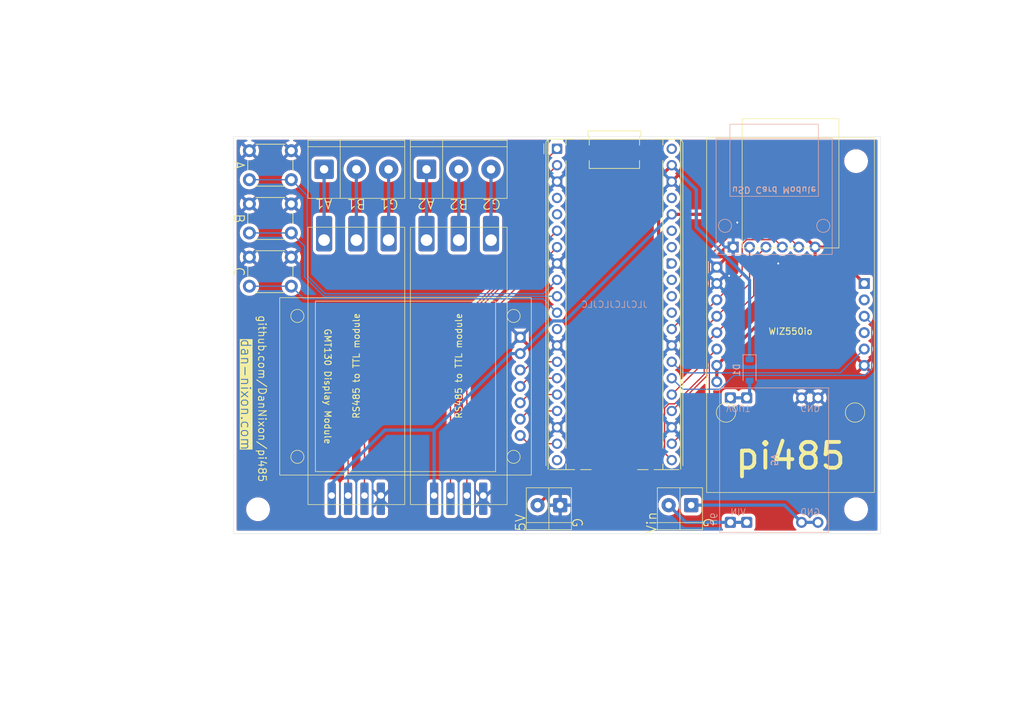
<source format=kicad_pcb>
(kicad_pcb (version 20241229) (generator "pcbnew") (generator_version "9.0")
  (layers (0 "F.Cu" signal) (2 "B.Cu" signal) (13 "F.Paste" user) (15 "B.Paste" user) (5 "F.SilkS" user "F.Silkscreen") (7 "B.SilkS" user "B.Silkscreen") (1 "F.Mask" user) (3 "B.Mask" user) (25 "Edge.Cuts" user))
  (net 0 "")
  (net 1 "GND")
  (net 3 "/ETH_RST")
  (net 10 "/ETH_MISO")
  (net 12 "/ETH_MOSI")
  (net 14 "/ETH_CS")
  (net 15 "+5V")
  (net 16 "+3V3")
  (net 19 "/ETH_CLK")
  (net 20 "/ETH_INT")
  (net 21 "Net-(J1-Pin_1)")
  (net 22 "/RS485_1_TX")
  (net 23 "Net-(J1-Pin_3)")
  (net 24 "Net-(J1-Pin_2)")
  (net 25 "/RS485_1_RX")
  (net 26 "Net-(J2-Pin_3)")
  (net 27 "Net-(J2-Pin_1)")
  (net 28 "/RS485_2_RX")
  (net 29 "/RS485_2_TX")
  (net 30 "Net-(J2-Pin_2)")
  (net 31 "/DISP_SDA")
  (net 32 "/DISP_RST")
  (net 33 "/DISP_SCK")
  (net 34 "/DISP_BL")
  (net 35 "/DISP_DC")
  (net 37 "Net-(D1-A)")
  (net 38 "Net-(J4-Pin_2)")
  (net 39 "/SD_CS")
  (net 41 "Net-(J4-Pin_1)")
  (net 42 "/BTN_A")
  (net 43 "/BTN_B")
  (net 44 "/BTN_C")
  (footprint "MountingHole:MountingHole_3.2mm_M3" (layer "F.Cu") (at 164.465 73.025)
    (property "Reference" "H1")
    (property "Value" "MountingHole")
    (pad "" np_thru_hole circle (at 0 0) (size 3.2 3.2) (drill 3.2) (layers "*.Cu" "*.Mask"))
  )
  (footprint "Modules:WIZ550io" (layer "F.Cu") (at 154.305 98.425)
    (property "Reference" "U4")
    (property "Value" "WIZ550io" (at 0 1 0) (layer "F.SilkS"))
    (fp_rect (start -13 -29.024) (end 13 25.976) (stroke (width 0.1)) (fill no) (layer "F.SilkS"))
    (fp_rect (start -7.5 -31.974) (end 7.5 -11.938) (stroke (width 0.1)) (fill no) (layer "F.SilkS"))
    (fp_circle (center -10 13.576) (end -8.5 13.576) (stroke (width 0.1)) (fill no) (layer "F.SilkS"))
    (fp_circle (center 10 13.576) (end 11.5 13.576) (stroke (width 0.1)) (fill no) (layer "F.SilkS"))
    (pad "1" thru_hole rect (at -11.43 -8.964) (size 1.7 1.7) (drill 1) (layers "*.Cu" "*.Mask") (net 1 "GND"))
    (pad "2" thru_hole circle (at -11.43 -6.424) (size 1.7 1.7) (drill 1) (layers "*.Cu" "*.Mask") (net 1 "GND"))
    (pad "3" thru_hole circle (at -11.43 -3.884) (size 1.7 1.7) (drill 1) (layers "*.Cu" "*.Mask") (net 12 "/ETH_MOSI"))
    (pad "4" thru_hole circle (at -11.43 -1.344) (size 1.7 1.7) (drill 1) (layers "*.Cu" "*.Mask") (net 10 "/ETH_MISO"))
    (pad "5" thru_hole circle (at -11.43 1.196) (size 1.7 1.7) (drill 1) (layers "*.Cu" "*.Mask") (net 19 "/ETH_CLK"))
    (pad "6" thru_hole circle (at -11.43 3.736) (size 1.7 1.7) (drill 1) (layers "*.Cu" "*.Mask") (net 14 "/ETH_CS"))
    (pad "7" thru_hole circle (at -11.43 6.276) (size 1.7 1.7) (drill 1) (layers "*.Cu" "*.Mask") (net 16 "+3V3"))
    (pad "8" thru_hole circle (at -11.43 8.816) (size 1.7 1.7) (drill 1) (layers "*.Cu" "*.Mask") (net 16 "+3V3"))
    (pad "9" thru_hole rect (at 11.43 -6.424) (size 1.7 1.7) (drill 1) (layers "*.Cu" "*.Mask") (net 16 "+3V3"))
    (pad "10" thru_hole circle (at 11.43 -3.884) (size 1.7 1.7) (drill 1) (layers "*.Cu" "*.Mask"))
    (pad "11" thru_hole circle (at 11.43 -1.344) (size 1.7 1.7) (drill 1) (layers "*.Cu" "*.Mask") (net 3 "/ETH_RST"))
    (pad "12" thru_hole circle (at 11.43 1.196) (size 1.7 1.7) (drill 1) (layers "*.Cu" "*.Mask"))
    (pad "13" thru_hole circle (at 11.43 3.736) (size 1.7 1.7) (drill 1) (layers "*.Cu" "*.Mask") (net 20 "/ETH_INT"))
    (pad "14" thru_hole circle (at 11.43 6.276) (size 1.7 1.7) (drill 1) (layers "*.Cu" "*.Mask") (net 1 "GND"))
  )
  (footprint "Module:RaspberryPi_Pico_Common_THT" (layer "F.Cu") (at 118.11 71.12)
    (property "Reference" "A1")
    (property "Value" "RaspberryPi_Pico")
    (fp_line (start -2.04 0.8) (end -2.04 -0.8) (stroke (width 0.12)) (layer "F.SilkS"))
    (fp_line (start -1.72 -0.87) (end -1.72 49.13) (stroke (width 0.12)) (layer "F.SilkS"))
    (fp_line (start -1.38 -1.417) (end -1.38 49.677) (stroke (width 0.12)) (layer "F.SilkS"))
    (fp_line (start -1.11 -1.48) (end 1.38 -1.48) (stroke (width 0.12)) (layer "F.SilkS"))
    (fp_line (start -1.11 49.74) (end 2.727939 49.74) (stroke (width 0.12)) (layer "F.SilkS"))
    (fp_line (start 1.38 -1.48) (end 1.38 -0.56648) (stroke (width 0.12)) (layer "F.SilkS"))
    (fp_line (start 1.38 -1.48) (end 2.72794 -1.48) (stroke (width 0.12)) (layer "F.SilkS"))
    (fp_line (start 1.38 1.82648) (end 1.38 46.43352) (stroke (width 0.12)) (layer "F.SilkS"))
    (fp_line (start 1.38 48.82648) (end 1.38 49.74) (stroke (width 0.12)) (layer "F.SilkS"))
    (fp_line (start 3.652061 -1.48) (end 4.655 -1.48) (stroke (width 0.12)) (layer "F.SilkS"))
    (fp_line (start 4.655 -1.48) (end 13.125 -1.48) (stroke (width 0.12)) (layer "F.SilkS"))
    (fp_line (start 4.78 -2.78) (end 4.78 -1.96) (stroke (width 0.12)) (layer "F.SilkS"))
    (fp_line (start 4.78 -2.78) (end 13 -2.78) (stroke (width 0.12)) (layer "F.SilkS"))
    (fp_line (start 4.78 -1.96) (end 4.99 -1.96) (stroke (width 0.12)) (layer "F.SilkS"))
    (fp_line (start 4.99 -1.96) (end 4.99 -0.564) (stroke (width 0.12)) (layer "F.SilkS"))
    (fp_line (start 4.99 1.824) (end 4.99 3.04) (stroke (width 0.12)) (layer "F.SilkS"))
    (fp_line (start 5.29 49.74) (end 3.652061 49.74) (stroke (width 0.12)) (layer "F.SilkS"))
    (fp_line (start 12.79 -1.96) (end 12.79 -0.564) (stroke (width 0.12)) (layer "F.SilkS"))
    (fp_line (start 12.79 1.824) (end 12.79 3.04) (stroke (width 0.12)) (layer "F.SilkS"))
    (fp_line (start 12.79 3.04) (end 4.99 3.04) (stroke (width 0.12)) (layer "F.SilkS"))
    (fp_line (start 13 -2.78) (end 13 -1.96) (stroke (width 0.12)) (layer "F.SilkS"))
    (fp_line (start 13 -1.96) (end 12.79 -1.96) (stroke (width 0.12)) (layer "F.SilkS"))
    (fp_line (start 13.125 -1.48) (end 14.127939 -1.48) (stroke (width 0.12)) (layer "F.SilkS"))
    (fp_line (start 14.127939 49.74) (end 12.49 49.74) (stroke (width 0.12)) (layer "F.SilkS"))
    (fp_line (start 15.052061 -1.48) (end 16.4 -1.48) (stroke (width 0.12)) (layer "F.SilkS"))
    (fp_line (start 15.052061 49.74) (end 18.89 49.74) (stroke (width 0.12)) (layer "F.SilkS"))
    (fp_line (start 16.4 -1.48) (end 16.4 -0.56648) (stroke (width 0.12)) (layer "F.SilkS"))
    (fp_line (start 16.4 1.82648) (end 16.4 46.43352) (stroke (width 0.12)) (layer "F.SilkS"))
    (fp_line (start 16.4 48.82648) (end 16.4 49.74) (stroke (width 0.12)) (layer "F.SilkS"))
    (fp_line (start 18.89 -1.48) (end 16.4 -1.48) (stroke (width 0.12)) (layer "F.SilkS"))
    (fp_line (start 19.16 49.677) (end 19.16 -1.417) (stroke (width 0.12)) (layer "F.SilkS"))
    (fp_line (start 19.5 -0.87) (end 19.5 49.13) (stroke (width 0.12)) (layer "F.SilkS"))
    (fp_arc (start -1.72 -0.87) (mid -1.541335 -1.301335) (end -1.11 -1.48) (stroke (width 0.12)) (layer "F.SilkS"))
    (fp_arc (start 18.89 -1.48) (mid 19.321335 -1.301335) (end 19.5 -0.87) (stroke (width 0.12)) (layer "F.SilkS"))
    (pad "1" thru_hole roundrect (at 0 0) (size 1.6 1.6) (drill 1) (layers "*.Cu" "*.Mask") (roundrect_rratio 0.125) (net 22 "/RS485_1_TX"))
    (pad "2" thru_hole circle (at 0 2.54) (size 1.6 1.6) (drill 1) (layers "*.Cu" "*.Mask") (net 25 "/RS485_1_RX"))
    (pad "3" thru_hole custom (at 0 5.08) (size 1.6 1.6) (drill 1) (layers "*.Cu" "*.Mask") (net 1 "GND") (options (clearance outline) (anchor circle)) (primitives (gr_poly (pts (xy 0.8 0.6) (xy 0.8 -0.6) (xy 0.6 -0.8) (xy 0 -0.8) (xy 0 0.8) (xy 0.6 0.8)) (width 0) (fill yes)) (gr_circle (center 0.6 0.6) (end 0.8 0.6) (width 0) (fill yes)) (gr_circle (center 0.6 -0.6) (end 0.8 -0.6) (width 0) (fill yes))))
    (pad "4" thru_hole circle (at 0 7.62) (size 1.6 1.6) (drill 1) (layers "*.Cu" "*.Mask"))
    (pad "5" thru_hole circle (at 0 10.16) (size 1.6 1.6) (drill 1) (layers "*.Cu" "*.Mask"))
    (pad "6" thru_hole circle (at 0 12.7) (size 1.6 1.6) (drill 1) (layers "*.Cu" "*.Mask") (net 29 "/RS485_2_TX"))
    (pad "7" thru_hole circle (at 0 15.24) (size 1.6 1.6) (drill 1) (layers "*.Cu" "*.Mask") (net 28 "/RS485_2_RX"))
    (pad "8" thru_hole custom (at 0 17.78) (size 1.6 1.6) (drill 1) (layers "*.Cu" "*.Mask") (net 1 "GND") (options (clearance outline) (anchor circle)) (primitives (gr_poly (pts (xy 0.8 0.6) (xy 0.8 -0.6) (xy 0.6 -0.8) (xy 0 -0.8) (xy 0 0.8) (xy 0.6 0.8)) (width 0) (fill yes)) (gr_circle (center 0.6 0.6) (end 0.8 0.6) (width 0) (fill yes)) (gr_circle (center 0.6 -0.6) (end 0.8 -0.6) (width 0) (fill yes))))
    (pad "9" thru_hole circle (at 0 20.32) (size 1.6 1.6) (drill 1) (layers "*.Cu" "*.Mask") (net 42 "/BTN_A"))
    (pad "10" thru_hole circle (at 0 22.86) (size 1.6 1.6) (drill 1) (layers "*.Cu" "*.Mask") (net 43 "/BTN_B"))
    (pad "11" thru_hole circle (at 0 25.4) (size 1.6 1.6) (drill 1) (layers "*.Cu" "*.Mask") (net 44 "/BTN_C"))
    (pad "12" thru_hole circle (at 0 27.94) (size 1.6 1.6) (drill 1) (layers "*.Cu" "*.Mask"))
    (pad "13" thru_hole custom (at 0 30.48) (size 1.6 1.6) (drill 1) (layers "*.Cu" "*.Mask") (net 1 "GND") (options (clearance outline) (anchor circle)) (primitives (gr_poly (pts (xy 0.8 0.6) (xy 0.8 -0.6) (xy 0.6 -0.8) (xy 0 -0.8) (xy 0 0.8) (xy 0.6 0.8)) (width 0) (fill yes)) (gr_circle (center 0.6 0.6) (end 0.8 0.6) (width 0) (fill yes)) (gr_circle (center 0.6 -0.6) (end 0.8 -0.6) (width 0) (fill yes))))
    (pad "14" thru_hole circle (at 0 33.02) (size 1.6 1.6) (drill 1) (layers "*.Cu" "*.Mask") (net 33 "/DISP_SCK"))
    (pad "15" thru_hole circle (at 0 35.56) (size 1.6 1.6) (drill 1) (layers "*.Cu" "*.Mask") (net 31 "/DISP_SDA"))
    (pad "16" thru_hole circle (at 0 38.1) (size 1.6 1.6) (drill 1) (layers "*.Cu" "*.Mask") (net 32 "/DISP_RST"))
    (pad "17" thru_hole circle (at 0 40.64) (size 1.6 1.6) (drill 1) (layers "*.Cu" "*.Mask") (net 35 "/DISP_DC"))
    (pad "18" thru_hole custom (at 0 43.18) (size 1.6 1.6) (drill 1) (layers "*.Cu" "*.Mask") (net 1 "GND") (options (clearance outline) (anchor circle)) (primitives (gr_poly (pts (xy 0.8 0.6) (xy 0.8 -0.6) (xy 0.6 -0.8) (xy 0 -0.8) (xy 0 0.8) (xy 0.6 0.8)) (width 0) (fill yes)) (gr_circle (center 0.6 0.6) (end 0.8 0.6) (width 0) (fill yes)) (gr_circle (center 0.6 -0.6) (end 0.8 -0.6) (width 0) (fill yes))))
    (pad "19" thru_hole circle (at 0 45.72) (size 1.6 1.6) (drill 1) (layers "*.Cu" "*.Mask") (net 34 "/DISP_BL"))
    (pad "20" thru_hole circle (at 0 48.26) (size 1.6 1.6) (drill 1) (layers "*.Cu" "*.Mask"))
    (pad "21" thru_hole circle (at 17.78 48.26) (size 1.6 1.6) (drill 1) (layers "*.Cu" "*.Mask") (net 10 "/ETH_MISO"))
    (pad "22" thru_hole circle (at 17.78 45.72) (size 1.6 1.6) (drill 1) (layers "*.Cu" "*.Mask") (net 14 "/ETH_CS"))
    (pad "23" thru_hole custom (at 17.78 43.18) (size 1.6 1.6) (drill 1) (layers "*.Cu" "*.Mask") (net 1 "GND") (options (clearance outline) (anchor circle)) (primitives (gr_poly (pts (xy -0.8 0.6) (xy -0.8 -0.6) (xy -0.6 -0.8) (xy 0 -0.8) (xy 0 0.8) (xy -0.6 0.8)) (width 0) (fill yes)) (gr_circle (center -0.6 0.6) (end -0.4 0.6) (width 0) (fill yes)) (gr_circle (center -0.6 -0.6) (end -0.4 -0.6) (width 0) (fill yes))))
    (pad "24" thru_hole circle (at 17.78 40.64) (size 1.6 1.6) (drill 1) (layers "*.Cu" "*.Mask") (net 19 "/ETH_CLK"))
    (pad "25" thru_hole circle (at 17.78 38.1) (size 1.6 1.6) (drill 1) (layers "*.Cu" "*.Mask") (net 12 "/ETH_MOSI"))
    (pad "26" thru_hole circle (at 17.78 35.56) (size 1.6 1.6) (drill 1) (layers "*.Cu" "*.Mask") (net 3 "/ETH_RST"))
    (pad "27" thru_hole circle (at 17.78 33.02) (size 1.6 1.6) (drill 1) (layers "*.Cu" "*.Mask") (net 20 "/ETH_INT"))
    (pad "28" thru_hole custom (at 17.78 30.48) (size 1.6 1.6) (drill 1) (layers "*.Cu" "*.Mask") (net 1 "GND") (options (clearance outline) (anchor circle)) (primitives (gr_poly (pts (xy -0.8 0.6) (xy -0.8 -0.6) (xy -0.6 -0.8) (xy 0 -0.8) (xy 0 0.8) (xy -0.6 0.8)) (width 0) (fill yes)) (gr_circle (center -0.6 0.6) (end -0.4 0.6) (width 0) (fill yes)) (gr_circle (center -0.6 -0.6) (end -0.4 -0.6) (width 0) (fill yes))))
    (pad "29" thru_hole circle (at 17.78 27.94) (size 1.6 1.6) (drill 1) (layers "*.Cu" "*.Mask") (net 39 "/SD_CS"))
    (pad "30" thru_hole circle (at 17.78 25.4) (size 1.6 1.6) (drill 1) (layers "*.Cu" "*.Mask"))
    (pad "31" thru_hole circle (at 17.78 22.86) (size 1.6 1.6) (drill 1) (layers "*.Cu" "*.Mask"))
    (pad "32" thru_hole circle (at 17.78 20.32) (size 1.6 1.6) (drill 1) (layers "*.Cu" "*.Mask"))
    (pad "33" thru_hole custom (at 17.78 17.78) (size 1.6 1.6) (drill 1) (layers "*.Cu" "*.Mask") (options (clearance outline) (anchor circle)) (primitives (gr_poly (pts (xy -0.8 0.6) (xy -0.8 -0.6) (xy -0.6 -0.8) (xy 0 -0.8) (xy 0 0.8) (xy -0.6 0.8)) (width 0) (fill yes)) (gr_circle (center -0.6 0.6) (end -0.4 0.6) (width 0) (fill yes)) (gr_circle (center -0.6 -0.6) (end -0.4 -0.6) (width 0) (fill yes))))
    (pad "34" thru_hole circle (at 17.78 15.24) (size 1.6 1.6) (drill 1) (layers "*.Cu" "*.Mask"))
    (pad "35" thru_hole circle (at 17.78 12.7) (size 1.6 1.6) (drill 1) (layers "*.Cu" "*.Mask"))
    (pad "36" thru_hole circle (at 17.78 10.16) (size 1.6 1.6) (drill 1) (layers "*.Cu" "*.Mask") (net 16 "+3V3"))
    (pad "37" thru_hole circle (at 17.78 7.62) (size 1.6 1.6) (drill 1) (layers "*.Cu" "*.Mask"))
    (pad "38" thru_hole custom (at 17.78 5.08) (size 1.6 1.6) (drill 1) (layers "*.Cu" "*.Mask") (net 1 "GND") (options (clearance outline) (anchor circle)) (primitives (gr_poly (pts (xy -0.8 0.6) (xy -0.8 -0.6) (xy -0.6 -0.8) (xy 0 -0.8) (xy 0 0.8) (xy -0.6 0.8)) (width 0) (fill yes)) (gr_circle (center -0.6 0.6) (end -0.4 0.6) (width 0) (fill yes)) (gr_circle (center -0.6 -0.6) (end -0.4 -0.6) (width 0) (fill yes))))
    (pad "39" thru_hole circle (at 17.78 2.54) (size 1.6 1.6) (drill 1) (layers "*.Cu" "*.Mask") (net 15 "+5V"))
    (pad "40" thru_hole circle (at 17.78 0) (size 1.6 1.6) (drill 1) (layers "*.Cu" "*.Mask"))
  )
  (footprint "MountingHole:MountingHole_3.2mm_M3" (layer "F.Cu") (at 71.755 127)
    (property "Reference" "H2")
    (property "Value" "MountingHole")
    (pad "" np_thru_hole circle (at 0 0) (size 3.2 3.2) (drill 3.2) (layers "*.Cu" "*.Mask"))
  )
  (footprint "Modules:RS485_to_ttl" (layer "F.Cu") (at 86.995 104.775 90)
    (property "Reference" "U1")
    (property "Value" "RS485 to TTL module" (at 0 0 90) (layer "F.SilkS"))
    (fp_rect (start -21.5 -7.5) (end 21.5 7.5) (stroke (width 0.1)) (fill no) (layer "F.SilkS"))
    (pad "1" thru_hole roundrect (at -20.096703 -3.823957 90) (size 5 1.27) (drill 1 (offset -0.5 0)) (layers "*.Cu" "*.Mask") (roundrect_rratio 0.15) (net 16 "+3V3"))
    (pad "2" thru_hole roundrect (at -20.096703 -1.283957 90) (size 5 1.27) (drill 1 (offset -0.5 0)) (layers "*.Cu" "*.Mask") (roundrect_rratio 0.15) (net 22 "/RS485_1_TX"))
    (pad "3" thru_hole roundrect (at -20.096703 1.256043 90) (size 5 1.27) (drill 1 (offset -0.5 0)) (layers "*.Cu" "*.Mask") (roundrect_rratio 0.15) (net 25 "/RS485_1_RX"))
    (pad "4" thru_hole roundrect (at -20.096703 3.796043 90) (size 5 1.27) (drill 1 (offset -0.5 0)) (layers "*.Cu" "*.Mask") (roundrect_rratio 0.15) (net 1 "GND"))
    (pad "5" thru_hole roundrect (at 19.5 -5 270) (size 5.5 2.5) (drill 1.8 (offset -1 0)) (layers "*.Cu" "*.Mask") (roundrect_rratio 0.15) (net 21 "Net-(J1-Pin_1)"))
    (pad "6" thru_hole roundrect (at 19.5 0 270) (size 5.5 2.5) (drill 1.8 (offset -1 0)) (layers "*.Cu" "*.Mask") (roundrect_rratio 0.15) (net 24 "Net-(J1-Pin_2)"))
    (pad "7" thru_hole roundrect (at 19.5 5 270) (size 5.5 2.5) (drill 1.8 (offset -1 0)) (layers "*.Cu" "*.Mask") (roundrect_rratio 0.15) (net 23 "Net-(J1-Pin_3)"))
  )
  (footprint "Button_Switch_THT:SW_PUSH_6mm" (layer "F.Cu") (at 70.41 87.92)
    (property "Reference" "SW3")
    (property "Value" "SW_Push")
    (fp_line (start -0.25 1.5) (end -0.25 3) (stroke (width 0.12)) (layer "F.SilkS"))
    (fp_line (start 1 5.5) (end 5.5 5.5) (stroke (width 0.12)) (layer "F.SilkS"))
    (fp_line (start 5.5 -1) (end 1 -1) (stroke (width 0.12)) (layer "F.SilkS"))
    (fp_line (start 6.75 3) (end 6.75 1.5) (stroke (width 0.12)) (layer "F.SilkS"))
    (pad "1" thru_hole circle (at 0 0 90) (size 2 2) (drill 1.1) (layers "*.Cu" "*.Mask") (net 1 "GND"))
    (pad "1" thru_hole circle (at 6.5 0 90) (size 2 2) (drill 1.1) (layers "*.Cu" "*.Mask") (net 1 "GND"))
    (pad "2" thru_hole circle (at 0 4.5 90) (size 2 2) (drill 1.1) (layers "*.Cu" "*.Mask") (net 44 "/BTN_C"))
    (pad "2" thru_hole circle (at 6.5 4.5 90) (size 2 2) (drill 1.1) (layers "*.Cu" "*.Mask") (net 44 "/BTN_C"))
  )
  (footprint "Button_Switch_THT:SW_PUSH_6mm" (layer "F.Cu") (at 70.41 79.665)
    (property "Reference" "SW2")
    (property "Value" "SW_Push")
    (fp_line (start -0.25 1.5) (end -0.25 3) (stroke (width 0.12)) (layer "F.SilkS"))
    (fp_line (start 1 5.5) (end 5.5 5.5) (stroke (width 0.12)) (layer "F.SilkS"))
    (fp_line (start 5.5 -1) (end 1 -1) (stroke (width 0.12)) (layer "F.SilkS"))
    (fp_line (start 6.75 3) (end 6.75 1.5) (stroke (width 0.12)) (layer "F.SilkS"))
    (pad "1" thru_hole circle (at 0 0 90) (size 2 2) (drill 1.1) (layers "*.Cu" "*.Mask") (net 1 "GND"))
    (pad "1" thru_hole circle (at 6.5 0 90) (size 2 2) (drill 1.1) (layers "*.Cu" "*.Mask") (net 1 "GND"))
    (pad "2" thru_hole circle (at 0 4.5 90) (size 2 2) (drill 1.1) (layers "*.Cu" "*.Mask") (net 43 "/BTN_B"))
    (pad "2" thru_hole circle (at 6.5 4.5 90) (size 2 2) (drill 1.1) (layers "*.Cu" "*.Mask") (net 43 "/BTN_B"))
  )
  (footprint "Modules:RS485_to_ttl" (layer "F.Cu") (at 102.87 104.775 90)
    (property "Reference" "U2")
    (property "Value" "RS485 to TTL module" (at 0 0 90) (layer "F.SilkS"))
    (fp_rect (start -21.5 -7.5) (end 21.5 7.5) (stroke (width 0.1)) (fill no) (layer "F.SilkS"))
    (pad "1" thru_hole roundrect (at -20.096703 -3.823957 90) (size 5 1.27) (drill 1 (offset -0.5 0)) (layers "*.Cu" "*.Mask") (roundrect_rratio 0.15) (net 16 "+3V3"))
    (pad "2" thru_hole roundrect (at -20.096703 -1.283957 90) (size 5 1.27) (drill 1 (offset -0.5 0)) (layers "*.Cu" "*.Mask") (roundrect_rratio 0.15) (net 29 "/RS485_2_TX"))
    (pad "3" thru_hole roundrect (at -20.096703 1.256043 90) (size 5 1.27) (drill 1 (offset -0.5 0)) (layers "*.Cu" "*.Mask") (roundrect_rratio 0.15) (net 28 "/RS485_2_RX"))
    (pad "4" thru_hole roundrect (at -20.096703 3.796043 90) (size 5 1.27) (drill 1 (offset -0.5 0)) (layers "*.Cu" "*.Mask") (roundrect_rratio 0.15) (net 1 "GND"))
    (pad "5" thru_hole roundrect (at 19.5 -5 270) (size 5.5 2.5) (drill 1.8 (offset -1 0)) (layers "*.Cu" "*.Mask") (roundrect_rratio 0.15) (net 27 "Net-(J2-Pin_1)"))
    (pad "6" thru_hole roundrect (at 19.5 0 270) (size 5.5 2.5) (drill 1.8 (offset -1 0)) (layers "*.Cu" "*.Mask") (roundrect_rratio 0.15) (net 30 "Net-(J2-Pin_2)"))
    (pad "7" thru_hole roundrect (at 19.5 5 270) (size 5.5 2.5) (drill 1.8 (offset -1 0)) (layers "*.Cu" "*.Mask") (roundrect_rratio 0.15) (net 26 "Net-(J2-Pin_3)"))
  )
  (footprint "Connectors:ED5552DS" (layer "F.Cu") (at 137.16 126.365)
    (property "Reference" "J4")
    (property "Value" "Conn_01x02")
    (fp_line (start -3.5 2.7) (end 3.5 2.7) (stroke (width 0.1)) (layer "F.SilkS"))
    (fp_line (start -3.5 3.8) (end -3.5 -2.7) (stroke (width 0.1)) (layer "F.SilkS"))
    (fp_line (start -3.5 3.8) (end 3.5 3.8) (stroke (width 0.1)) (layer "F.SilkS"))
    (fp_line (start 0 -2.7) (end 0 3.8) (stroke (width 0.1)) (layer "F.SilkS"))
    (fp_line (start 3.5 -2.7) (end -3.5 -2.7) (stroke (width 0.1)) (layer "F.SilkS"))
    (fp_line (start 3.5 3.8) (end 3.5 -2.7) (stroke (width 0.1)) (layer "F.SilkS"))
    (pad "1" thru_hole roundrect (at 1.75 0) (size 2.2 2.2) (drill 1) (layers "*.Cu" "*.Mask") (roundrect_rratio 0.1136363636) (net 41 "Net-(J4-Pin_1)"))
    (pad "2" thru_hole circle (at -1.75 0) (size 2.2 2.2) (drill 1) (layers "*.Cu" "*.Mask") (net 38 "Net-(J4-Pin_2)"))
  )
  (footprint "Connectors:CTB7000-3" (layer "F.Cu") (at 102.87 74.295 180)
    (property "Reference" "J2")
    (property "Value" "Conn_01x03")
    (fp_line (start 7.5 -4.5) (end 7.5 4.5) (stroke (width 0.1)) (layer "F.SilkS"))
    (fp_line (start 2.5 -4.5) (end 2.5 4.5) (stroke (width 0.1)) (layer "F.SilkS"))
    (fp_line (start -7.5 4.5) (end 7.5 4.5) (stroke (width 0.1)) (layer "F.SilkS"))
    (fp_line (start -7.5 3.5) (end 7.5 3.5) (stroke (width 0.1)) (layer "F.SilkS"))
    (fp_line (start -7.5 -4.5) (end 7.5 -4.5) (stroke (width 0.1)) (layer "F.SilkS"))
    (fp_line (start -7.5 -4.5) (end -7.5 4.5) (stroke (width 0.1)) (layer "F.SilkS"))
    (pad "1" thru_hole roundrect (at 5 0 180) (size 3 3) (drill 1.3) (layers "*.Cu" "*.Mask") (roundrect_rratio 0.1) (net 27 "Net-(J2-Pin_1)"))
    (pad "2" thru_hole circle (at 0 0 180) (size 3 3) (drill 1.3) (layers "*.Cu" "*.Mask") (net 30 "Net-(J2-Pin_2)"))
    (pad "3" thru_hole circle (at -5 0 180) (size 3 3) (drill 1.3) (layers "*.Cu" "*.Mask") (net 26 "Net-(J2-Pin_3)"))
  )
  (footprint "MountingHole:MountingHole_3.2mm_M3" (layer "F.Cu") (at 164.465 127)
    (property "Reference" "H3")
    (property "Value" "MountingHole")
    (pad "" np_thru_hole circle (at 0 0) (size 3.2 3.2) (drill 3.2) (layers "*.Cu" "*.Mask"))
  )
  (footprint "Displays:GMT130" (layer "F.Cu") (at 94.615 107.95 -90)
    (property "Reference" "U3")
    (property "Value" "GMT130 Display Module" (at 0 12.065 270) (layer "F.SilkS"))
    (fp_rect (start -13.208 -13.97) (end 13.208 13.97) (stroke (width 0.1)) (fill no) (layer "F.SilkS"))
    (fp_rect (start -13.75 -19.5) (end 13.75 19.5) (stroke (width 0.1)) (fill no) (layer "F.SilkS"))
    (fp_circle (center -10.922 16.764) (end -9.906 16.764) (stroke (width 0.1)) (fill no) (layer "F.SilkS"))
    (fp_circle (center 10.922 16.764) (end 11.938 16.764) (stroke (width 0.1)) (fill no) (layer "F.SilkS"))
    (fp_circle (center -10.922 -16.764) (end -9.906 -16.764) (stroke (width 0.1)) (fill no) (layer "F.SilkS"))
    (fp_circle (center 10.922 -16.764) (end 11.938 -16.764) (stroke (width 0.1)) (fill no) (layer "F.SilkS"))
    (pad "1" thru_hole rect (at -7.62 -17.78 270) (size 1.7 1.7) (drill 1) (layers "*.Cu" "*.Mask") (net 1 "GND"))
    (pad "2" thru_hole circle (at -5.08 -17.78 270) (size 1.7 1.7) (drill 1) (layers "*.Cu" "*.Mask") (net 16 "+3V3"))
    (pad "3" thru_hole circle (at -2.54 -17.78 270) (size 1.7 1.7) (drill 1) (layers "*.Cu" "*.Mask") (net 33 "/DISP_SCK"))
    (pad "4" thru_hole circle (at 0 -17.78 270) (size 1.7 1.7) (drill 1) (layers "*.Cu" "*.Mask") (net 31 "/DISP_SDA"))
    (pad "5" thru_hole circle (at 2.54 -17.78 270) (size 1.7 1.7) (drill 1) (layers "*.Cu" "*.Mask") (net 32 "/DISP_RST"))
    (pad "6" thru_hole circle (at 5.08 -17.78 270) (size 1.7 1.7) (drill 1) (layers "*.Cu" "*.Mask") (net 35 "/DISP_DC"))
    (pad "7" thru_hole circle (at 7.62 -17.78 270) (size 1.7 1.7) (drill 1) (layers "*.Cu" "*.Mask") (net 34 "/DISP_BL"))
  )
  (footprint "Connectors:ED5552DS" (layer "F.Cu") (at 116.84 126.365)
    (property "Reference" "J3")
    (property "Value" "Conn_01x02")
    (fp_line (start -3.5 2.7) (end 3.5 2.7) (stroke (width 0.1)) (layer "F.SilkS"))
    (fp_line (start -3.5 3.8) (end -3.5 -2.7) (stroke (width 0.1)) (layer "F.SilkS"))
    (fp_line (start -3.5 3.8) (end 3.5 3.8) (stroke (width 0.1)) (layer "F.SilkS"))
    (fp_line (start 0 -2.7) (end 0 3.8) (stroke (width 0.1)) (layer "F.SilkS"))
    (fp_line (start 3.5 -2.7) (end -3.5 -2.7) (stroke (width 0.1)) (layer "F.SilkS"))
    (fp_line (start 3.5 3.8) (end 3.5 -2.7) (stroke (width 0.1)) (layer "F.SilkS"))
    (pad "1" thru_hole roundrect (at 1.75 0) (size 2.2 2.2) (drill 1) (layers "*.Cu" "*.Mask") (roundrect_rratio 0.1136363636) (net 1 "GND"))
    (pad "2" thru_hole circle (at -1.75 0) (size 2.2 2.2) (drill 1) (layers "*.Cu" "*.Mask") (net 15 "+5V"))
  )
  (footprint "Connectors:CTB7000-3" (layer "F.Cu") (at 86.995 74.295 180)
    (property "Reference" "J1")
    (property "Value" "Conn_01x03")
    (fp_line (start 7.5 -4.5) (end 7.5 4.5) (stroke (width 0.1)) (layer "F.SilkS"))
    (fp_line (start 2.5 -4.5) (end 2.5 4.5) (stroke (width 0.1)) (layer "F.SilkS"))
    (fp_line (start -7.5 4.5) (end 7.5 4.5) (stroke (width 0.1)) (layer "F.SilkS"))
    (fp_line (start -7.5 3.5) (end 7.5 3.5) (stroke (width 0.1)) (layer "F.SilkS"))
    (fp_line (start -7.5 -4.5) (end 7.5 -4.5) (stroke (width 0.1)) (layer "F.SilkS"))
    (fp_line (start -7.5 -4.5) (end -7.5 4.5) (stroke (width 0.1)) (layer "F.SilkS"))
    (pad "1" thru_hole roundrect (at 5 0 180) (size 3 3) (drill 1.3) (layers "*.Cu" "*.Mask") (roundrect_rratio 0.1) (net 21 "Net-(J1-Pin_1)"))
    (pad "2" thru_hole circle (at 0 0 180) (size 3 3) (drill 1.3) (layers "*.Cu" "*.Mask") (net 24 "Net-(J1-Pin_2)"))
    (pad "3" thru_hole circle (at -5 0 180) (size 3 3) (drill 1.3) (layers "*.Cu" "*.Mask") (net 23 "Net-(J1-Pin_3)"))
  )
  (footprint "Button_Switch_THT:SW_PUSH_6mm" (layer "F.Cu") (at 70.41 71.41)
    (property "Reference" "SW1")
    (property "Value" "SW_Push")
    (fp_line (start -0.25 1.5) (end -0.25 3) (stroke (width 0.12)) (layer "F.SilkS"))
    (fp_line (start 1 5.5) (end 5.5 5.5) (stroke (width 0.12)) (layer "F.SilkS"))
    (fp_line (start 5.5 -1) (end 1 -1) (stroke (width 0.12)) (layer "F.SilkS"))
    (fp_line (start 6.75 3) (end 6.75 1.5) (stroke (width 0.12)) (layer "F.SilkS"))
    (pad "1" thru_hole circle (at 0 0 90) (size 2 2) (drill 1.1) (layers "*.Cu" "*.Mask") (net 1 "GND"))
    (pad "1" thru_hole circle (at 6.5 0 90) (size 2 2) (drill 1.1) (layers "*.Cu" "*.Mask") (net 1 "GND"))
    (pad "2" thru_hole circle (at 0 4.5 90) (size 2 2) (drill 1.1) (layers "*.Cu" "*.Mask") (net 42 "/BTN_A"))
    (pad "2" thru_hole circle (at 6.5 4.5 90) (size 2 2) (drill 1.1) (layers "*.Cu" "*.Mask") (net 42 "/BTN_A"))
  )
  (footprint "Modules:uSD_Card" (layer "B.Cu") (at 151.765 78.486)
    (property "Reference" "U5")
    (property "Value" "uSD Card Module" (at 0 -1 180) (layer "B.SilkS") (effects (justify mirror)))
    (fp_rect (start -9 -9) (end -6.858 -9) (stroke (width 0.1)) (fill no) (layer "B.SilkS"))
    (fp_rect (start -9 -9) (end 9 9) (stroke (width 0.1)) (fill no) (layer "B.SilkS"))
    (fp_rect (start -6.858 0) (end 6.858 -11.176) (stroke (width 0.1)) (fill no) (layer "B.SilkS"))
    (fp_circle (center -7.62 4.572) (end -8.636 4.572) (stroke (width 0.1)) (fill no) (layer "B.SilkS"))
    (fp_circle (center 7.62 4.572) (end 8.636 4.572) (stroke (width 0.1)) (fill no) (layer "B.SilkS"))
    (pad "1" thru_hole rect (at -6.35 7.874) (size 1.7 1.7) (drill 1) (layers "*.Cu" "*.Mask") (net 1 "GND"))
    (pad "2" thru_hole circle (at -3.81 7.874) (size 1.7 1.7) (drill 1) (layers "*.Cu" "*.Mask") (net 10 "/ETH_MISO"))
    (pad "3" thru_hole circle (at -1.27 7.874) (size 1.7 1.7) (drill 1) (layers "*.Cu" "*.Mask") (net 19 "/ETH_CLK"))
    (pad "4" thru_hole circle (at 1.27 7.874) (size 1.7 1.7) (drill 1) (layers "*.Cu" "*.Mask") (net 12 "/ETH_MOSI"))
    (pad "5" thru_hole circle (at 3.81 7.874) (size 1.7 1.7) (drill 1) (layers "*.Cu" "*.Mask") (net 39 "/SD_CS"))
    (pad "6" thru_hole circle (at 6.35 7.874) (size 1.7 1.7) (drill 1) (layers "*.Cu" "*.Mask") (net 16 "+3V3"))
  )
  (footprint "Modules:AliE_MP1584EN_regulator" (layer "B.Cu") (at 151.765 119.38 90)
    (property "Reference" "U6" (at -9.144 -9.398 270) (layer "B.SilkS") (effects (font (thickness 0.1)) (justify mirror)))
    (property "Value" "5V" (at 0 0 270) (layer "B.SilkS") (effects (justify mirror)))
    (fp_rect (start -11.2 8.45) (end 11.2 -8.45) (stroke (width 0.1)) (fill no) (layer "B.SilkS"))
    (fp_text user "VIN" (at -8.636 -5.588 0) (layer "B.SilkS") (effects (font (thickness 0.1)) (justify bottom mirror)))
    (fp_text user "VOUT" (at 8.636 -5.588 180) (layer "B.SilkS") (effects (font (thickness 0.1)) (justify bottom mirror)))
    (fp_text user "GND" (at -8.636 5.588 0) (layer "B.SilkS") (effects (font (thickness 0.1)) (justify bottom mirror)))
    (fp_text user "GND" (at 8.636 5.588 180) (layer "B.SilkS") (effects (font (thickness 0.1)) (justify bottom mirror)))
    (pad "1" thru_hole roundrect (at -9.65 -6.79 90) (size 1.7 1.7) (drill 1) (layers "*.Cu" "*.Mask") (roundrect_rratio 0.1470588235) (net 38 "Net-(J4-Pin_2)"))
    (pad "1" thru_hole roundrect (at -9.65 -4.25 90) (size 1.7 1.7) (drill 1) (layers "*.Cu" "*.Mask") (roundrect_rratio 0.1470588235) (net 38 "Net-(J4-Pin_2)"))
    (pad "2" thru_hole circle (at -9.65 4.25 90) (size 1.7 1.7) (drill 1) (layers "*.Cu" "*.Mask") (net 41 "Net-(J4-Pin_1)"))
    (pad "2" thru_hole circle (at -9.65 6.79 90) (size 1.7 1.7) (drill 1) (layers "*.Cu" "*.Mask") (net 41 "Net-(J4-Pin_1)"))
    (pad "3" thru_hole roundrect (at 9.65 -6.79 90) (size 1.7 1.7) (drill 1) (layers "*.Cu" "*.Mask") (roundrect_rratio 0.1470588235) (net 37 "Net-(D1-A)"))
    (pad "3" thru_hole roundrect (at 9.65 -4.25 90) (size 1.7 1.7) (drill 1) (layers "*.Cu" "*.Mask") (roundrect_rratio 0.1470588235) (net 37 "Net-(D1-A)"))
    (pad "4" thru_hole circle (at 9.65 4.25 90) (size 1.7 1.7) (drill 1) (layers "*.Cu" "*.Mask") (net 1 "GND"))
    (pad "4" thru_hole circle (at 9.65 6.79 90) (size 1.7 1.7) (drill 1) (layers "*.Cu" "*.Mask") (net 1 "GND"))
  )
  (footprint "Diode_SMD:D_SOD-123" (layer "B.Cu") (at 147.955 105.41 -90)
    (property "Reference" "D1" (at 0 2 90) (layer "B.SilkS") (effects (justify mirror)))
    (property "Value" "D_Schottky")
    (fp_line (start -2.36 1) (end 1.65 1) (stroke (width 0.12)) (layer "B.SilkS"))
    (fp_line (start -2.36 1) (end -2.36 -1) (stroke (width 0.12)) (layer "B.SilkS"))
    (fp_line (start -2.36 -1) (end 1.65 -1) (stroke (width 0.12)) (layer "B.SilkS"))
    (pad "1" smd roundrect (at -1.65 0 270) (size 0.9 1.2) (layers "B.Cu" "B.Mask" "B.Paste") (net 15 "+5V"))
    (pad "2" smd roundrect (at 1.65 0 270) (size 0.9 1.2) (layers "B.Cu" "B.Mask" "B.Paste") (net 37 "Net-(D1-A)"))
  )
  (gr_rect (start 67.945 69.215) (end 168.275 130.81) (stroke (width 0.05)) (fill no) (layer "Edge.Cuts"))
  (gr_text "G2" (at 107.95 78.795 180) (layer "F.SilkS") (effects (font (size 1.5 1.5)) (justify bottom)))
  (gr_text "B1" (at 86.995 78.795 180) (layer "F.SilkS") (effects (font (size 1.5 1.5)) (justify bottom)))
  (gr_text "B2" (at 102.87 78.795 180) (layer "F.SilkS") (effects (font (size 1.5 1.5)) (justify bottom)))
  (gr_text "dan-nixon.com" (at 69.85 109.22 270) (layer "F.SilkS" knockout) (effects (font (size 1.5 1.5))))
  (gr_text "A2" (at 97.79 78.74 180) (layer "F.SilkS") (effects (font (size 1.5 1.5)) (justify bottom)))
  (gr_text "Vin" (at 133.66 129.065 90) (layer "F.SilkS") (effects (font (size 1.5 1.5)) (justify bottom)))
  (gr_text "C" (at 67.945 90.17 270) (layer "F.SilkS") (effects (font (size 1.5 1.5)) (justify bottom)))
  (gr_text "G1" (at 92.075 78.795 180) (layer "F.SilkS") (effects (font (size 1.5 1.5)) (justify bottom)))
  (gr_text "pi485" (at 154.305 118.745 0) (layer "F.SilkS") (effects (font (size 4 4) (thickness 0.6) (bold yes))))
  (gr_text "5V" (at 113.34 129.065 90) (layer "F.SilkS") (effects (font (size 1.5 1.5)) (justify bottom)))
  (gr_text "github.com/DanNixon/pi485" (at 72.39 109.855 270) (layer "F.SilkS") (effects (font (size 1.2 1.2))))
  (gr_text "G" (at 140.66 129.065 270) (layer "F.SilkS") (effects (font (size 1.5 1.5)) (justify bottom)))
  (gr_text "G" (at 120.34 129.065 270) (layer "F.SilkS") (effects (font (size 1.5 1.5)) (justify bottom)))
  (gr_text "B" (at 67.945 81.915 270) (layer "F.SilkS") (effects (font (size 1.5 1.5)) (justify bottom)))
  (gr_text "A" (at 67.945 73.66 270) (layer "F.SilkS") (effects (font (size 1.5 1.5)) (justify bottom)))
  (gr_text "A1" (at 81.915 78.74 180) (layer "F.SilkS") (effects (font (size 1.5 1.5)) (justify bottom)))
  (gr_text "JLCJLCJLCJLC" (at 127 95.25 0) (layer "B.SilkS") (effects (font (size 1 1) (thickness 0.1)) (justify mirror)))
  (via (at 144.78 90.805) (size 0.6) (drill 0.3) (layers "F.Cu" "B.Cu") (net 1))
  (via (at 152.4 88.9) (size 0.6) (drill 0.3) (layers "F.Cu" "B.Cu") (net 1))
  (via (at 146.05 82.55) (size 0.6) (drill 0.3) (layers "F.Cu" "B.Cu") (net 1))
  (segment (start 143.35176 108.392) (end 137.602 108.392) (width 0.2) (layer "B.Cu") (net 3))
  (segment (start 137.602 108.392) (end 135.89 106.68) (width 0.2) (layer "B.Cu") (net 3))
  (segment (start 166.886 105.17776) (end 165.81076 106.253) (width 0.2) (layer "B.Cu") (net 3))
  (segment (start 165.81076 106.253) (end 145.49076 106.253) (width 0.2) (layer "B.Cu") (net 3))
  (segment (start 165.735 97.081) (end 166.886 98.232) (width 0.2) (layer "B.Cu") (net 3))
  (segment (start 145.49076 106.253) (end 143.35176 108.392) (width 0.2) (layer "B.Cu") (net 3))
  (segment (start 166.886 98.232) (end 166.886 105.17776) (width 0.2) (layer "B.Cu") (net 3))
  (segment (start 140.922 99.034) (end 140.922 106.08305) (width 0.2) (layer "F.Cu") (net 10))
  (segment (start 134.784 118.274) (end 135.89 119.38) (width 0.2) (layer "F.Cu") (net 10))
  (segment (start 136.34605 110.659) (end 135.43395 110.659) (width 0.2) (layer "F.Cu") (net 10))
  (segment (start 134.784 111.30895) (end 134.784 118.274) (width 0.2) (layer "F.Cu") (net 10))
  (segment (start 135.43395 110.659) (end 134.784 111.30895) (width 0.2) (layer "F.Cu") (net 10))
  (segment (start 140.922 106.08305) (end 136.34605 110.659) (width 0.2) (layer "F.Cu") (net 10))
  (segment (start 147.955 86.36) (end 147.955 92.001) (width 0.2) (layer "F.Cu") (net 10))
  (segment (start 147.955 92.001) (end 142.875 97.081) (width 0.2) (layer "F.Cu") (net 10))
  (segment (start 142.875 97.081) (end 140.922 99.034) (width 0.2) (layer "F.Cu") (net 10))
  (segment (start 135.89 109.22) (end 140.521 104.589) (width 0.2) (layer "F.Cu") (net 12))
  (segment (start 140.521 96.895) (end 142.875 94.541) (width 0.2) (layer "F.Cu") (net 12))
  (segment (start 142.875 94.541) (end 146.804 90.612) (width 0.2) (layer "F.Cu") (net 12))
  (segment (start 140.521 104.589) (end 140.521 96.895) (width 0.2) (layer "F.Cu") (net 12))
  (segment (start 151.884 85.209) (end 153.035 86.36) (width 0.2) (layer "F.Cu") (net 12))
  (segment (start 146.804 90.612) (end 146.804 85.88324) (width 0.2) (layer "F.Cu") (net 12))
  (segment (start 147.47824 85.209) (end 151.884 85.209) (width 0.2) (layer "F.Cu") (net 12))
  (segment (start 146.804 85.88324) (end 147.47824 85.209) (width 0.2) (layer "F.Cu") (net 12))
  (segment (start 142.875 102.161) (end 141.724 103.312) (width 0.2) (layer "F.Cu") (net 14))
  (segment (start 141.724 103.312) (end 141.724 111.006) (width 0.2) (layer "F.Cu") (net 14))
  (segment (start 141.724 111.006) (end 135.89 116.84) (width 0.2) (layer "F.Cu") (net 14))
  (segment (start 133.859 75.691) (end 133.859 107.596) (width 0.5) (layer "F.Cu") (net 15))
  (segment (start 133.859 107.596) (end 115.09 126.365) (width 0.5) (layer "F.Cu") (net 15))
  (segment (start 135.89 73.66) (end 133.859 75.691) (width 0.5) (layer "F.Cu") (net 15))
  (segment (start 147.955 91.502) (end 139.7 83.247) (width 0.5) (layer "B.Cu") (net 15))
  (segment (start 139.7 77.47) (end 135.89 73.66) (width 0.5) (layer "B.Cu") (net 15))
  (segment (start 139.7 83.247) (end 139.7 77.47) (width 0.5) (layer "B.Cu") (net 15))
  (segment (start 147.955 103.76) (end 147.955 91.502) (width 0.5) (layer "B.Cu") (net 15))
  (segment (start 142.875 104.701) (end 142.875 107.241) (width 0.5) (layer "F.Cu") (net 16))
  (segment (start 142.875 104.701) (end 158.115 89.461) (width 0.5) (layer "F.Cu") (net 16))
  (segment (start 158.115 86.36) (end 160.094 86.36) (width 0.5) (layer "F.Cu") (net 16))
  (segment (start 135.89 81.28) (end 153.035 81.28) (width 0.5) (layer "F.Cu") (net 16))
  (segment (start 153.035 81.28) (end 158.115 86.36) (width 0.5) (layer "F.Cu") (net 16))
  (segment (start 160.094 86.36) (end 165.735 92.001) (width 0.5) (layer "F.Cu") (net 16))
  (segment (start 158.115 89.461) (end 158.115 86.36) (width 0.5) (layer "F.Cu") (net 16))
  (segment (start 83.171043 122.975205) (end 91.426043 114.720205) (width 0.5) (layer "B.Cu") (net 16))
  (segment (start 112.395 102.87) (end 117.456 97.809) (width 0.5) (layer "B.Cu") (net 16))
  (segment (start 117.456 97.809) (end 119.361 97.809) (width 0.5) (layer "B.Cu") (net 16))
  (segment (start 112.395 102.87) (end 110.896248 102.87) (width 0.5) (layer "B.Cu") (net 16))
  (segment (start 83.171043 124.871703) (end 83.171043 122.975205) (width 0.5) (layer "B.Cu") (net 16))
  (segment (start 99.046043 114.720205) (end 99.046043 124.871703) (width 0.5) (layer "B.Cu") (net 16))
  (segment (start 110.896248 102.87) (end 99.046043 114.720205) (width 0.5) (layer "B.Cu") (net 16))
  (segment (start 91.426043 114.720205) (end 99.046043 114.720205) (width 0.5) (layer "B.Cu") (net 16))
  (segment (start 119.361 97.809) (end 135.89 81.28) (width 0.5) (layer "B.Cu") (net 16))
  (segment (start 141.323 101.173) (end 141.323 106.327) (width 0.2) (layer "F.Cu") (net 19))
  (segment (start 142.875 99.621) (end 141.323 101.173) (width 0.2) (layer "F.Cu") (net 19))
  (segment (start 148.59 88.265) (end 150.495 86.36) (width 0.2) (layer "F.Cu") (net 19))
  (segment (start 142.875 99.621) (end 148.59 93.906) (width 0.2) (layer "F.Cu") (net 19))
  (segment (start 141.323 106.327) (end 135.89 111.76) (width 0.2) (layer "F.Cu") (net 19))
  (segment (start 148.59 93.906) (end 148.59 88.265) (width 0.2) (layer "F.Cu") (net 19))
  (segment (start 137.602 105.852) (end 162.044 105.852) (width 0.2) (layer "B.Cu") (net 20))
  (segment (start 135.89 104.14) (end 137.602 105.852) (width 0.2) (layer "B.Cu") (net 20))
  (segment (start 162.044 105.852) (end 165.735 102.161) (width 0.2) (layer "B.Cu") (net 20))
  (segment (start 81.995 74.295) (end 81.995 85.275) (width 0.5) (layer "B.Cu") (net 21))
  (segment (start 85.711043 115.016857) (end 115.804 84.9239) (width 0.2) (layer "F.Cu") (net 22))
  (segment (start 115.804 73.426) (end 118.11 71.12) (width 0.2) (layer "F.Cu") (net 22))
  (segment (start 85.711043 124.871703) (end 85.711043 115.016857) (width 0.2) (layer "F.Cu") (net 22))
  (segment (start 115.804 84.9239) (end 115.804 73.426) (width 0.2) (layer "F.Cu") (net 22))
  (segment (start 91.995 74.295) (end 91.995 85.275) (width 0.5) (layer "B.Cu") (net 23))
  (segment (start 86.995 74.295) (end 86.995 85.275) (width 0.5) (layer "B.Cu") (net 24))
  (segment (start 116.205 75.565) (end 116.205 85.09) (width 0.2) (layer "F.Cu") (net 25))
  (segment (start 118.11 73.66) (end 116.205 75.565) (width 0.2) (layer "F.Cu") (net 25))
  (segment (start 88.251043 113.043957) (end 88.251043 124.871703) (width 0.2) (layer "F.Cu") (net 25))
  (segment (start 116.205 85.09) (end 88.251043 113.043957) (width 0.2) (layer "F.Cu") (net 25))
  (segment (start 107.87 74.295) (end 107.87 85.275) (width 0.5) (layer "B.Cu") (net 26))
  (segment (start 97.87 74.295) (end 97.87 85.275) (width 0.5) (layer "B.Cu") (net 27))
  (segment (start 104.126043 124.871703) (end 104.126043 100.343957) (width 0.2) (layer "F.Cu") (net 28))
  (segment (start 104.126043 100.343957) (end 118.11 86.36) (width 0.2) (layer "F.Cu") (net 28))
  (segment (start 101.586043 124.871703) (end 101.586043 100.343957) (width 0.2) (layer "F.Cu") (net 29))
  (segment (start 101.586043 100.343957) (end 118.11 83.82) (width 0.2) (layer "F.Cu") (net 29))
  (segment (start 102.87 74.295) (end 102.87 85.275) (width 0.5) (layer "B.Cu") (net 30))
  (segment (start 113.665 106.68) (end 118.11 106.68) (width 0.2) (layer "F.Cu") (net 31))
  (segment (start 112.395 107.95) (end 113.665 106.68) (width 0.2) (layer "F.Cu") (net 31))
  (segment (start 112.395 110.49) (end 113.665 109.22) (width 0.2) (layer "F.Cu") (net 32))
  (segment (start 113.665 109.22) (end 118.11 109.22) (width 0.2) (layer "F.Cu") (net 32))
  (segment (start 112.395 105.41) (end 113.03 105.41) (width 0.2) (layer "F.Cu") (net 33))
  (segment (start 113.03 105.41) (end 114.3 104.14) (width 0.2) (layer "F.Cu") (net 33))
  (segment (start 114.3 104.14) (end 118.11 104.14) (width 0.2) (layer "F.Cu") (net 33))
  (segment (start 113.665 116.84) (end 118.11 116.84) (width 0.2) (layer "F.Cu") (net 34))
  (segment (start 112.395 115.57) (end 113.665 116.84) (width 0.2) (layer "F.Cu") (net 34))
  (segment (start 113.665 111.76) (end 118.11 111.76) (width 0.2) (layer "F.Cu") (net 35))
  (segment (start 112.395 113.03) (end 113.665 111.76) (width 0.2) (layer "F.Cu") (net 35))
  (segment (start 147.955 107.06) (end 147.955 109.29) (width 0.5) (layer "B.Cu") (net 37))
  (segment (start 144.975 109.73) (end 147.515 109.73) (width 0.5) (layer "B.Cu") (net 37))
  (segment (start 147.955 109.29) (end 147.515 109.73) (width 0.5) (layer "B.Cu") (net 37))
  (segment (start 135.41 126.365) (end 138.075 129.03) (width 0.5) (layer "B.Cu") (net 38))
  (segment (start 138.075 129.03) (end 144.975 129.03) (width 0.5) (layer "B.Cu") (net 38))
  (segment (start 144.975 129.03) (end 147.515 129.03) (width 0.5) (layer "B.Cu") (net 38))
  (segment (start 135.89 99.06) (end 141.724 93.226) (width 0.2) (layer "F.Cu") (net 39))
  (segment (start 144.665 84.808) (end 154.023 84.808) (width 0.2) (layer "F.Cu") (net 39))
  (segment (start 141.724 93.226) (end 141.724 87.749) (width 0.2) (layer "F.Cu") (net 39))
  (segment (start 154.023 84.808) (end 155.575 86.36) (width 0.2) (layer "F.Cu") (net 39))
  (segment (start 141.724 87.749) (end 144.665 84.808) (width 0.2) (layer "F.Cu") (net 39))
  (segment (start 153.35 126.365) (end 156.015 129.03) (width 0.5) (layer "B.Cu") (net 41))
  (segment (start 156.015 129.03) (end 158.555 129.03) (width 0.5) (layer "B.Cu") (net 41))
  (segment (start 138.91 126.365) (end 153.35 126.365) (width 0.5) (layer "B.Cu") (net 41))
  (segment (start 76.91 75.91) (end 79.375 78.375) (width 0.2) (layer "B.Cu") (net 42))
  (segment (start 115.971 93.579) (end 118.11 91.44) (width 0.2) (layer "B.Cu") (net 42))
  (segment (start 79.375 90.805) (end 82.149 93.579) (width 0.2) (layer "B.Cu") (net 42))
  (segment (start 70.41 75.91) (end 76.91 75.91) (width 0.2) (layer "B.Cu") (net 42))
  (segment (start 82.149 93.579) (end 115.971 93.579) (width 0.2) (layer "B.Cu") (net 42))
  (segment (start 79.375 78.375) (end 79.375 90.805) (width 0.2) (layer "B.Cu") (net 42))
  (segment (start 81.9829 93.98) (end 118.11 93.98) (width 0.2) (layer "B.Cu") (net 43))
  (segment (start 70.41 84.165) (end 76.91 84.165) (width 0.2) (layer "B.Cu") (net 43))
  (segment (start 78.974 86.229) (end 78.974 90.9711) (width 0.2) (layer "B.Cu") (net 43))
  (segment (start 76.91 84.165) (end 78.974 86.229) (width 0.2) (layer "B.Cu") (net 43))
  (segment (start 78.974 90.9711) (end 81.9829 93.98) (width 0.2) (layer "B.Cu") (net 43))
  (segment (start 115.971 94.381) (end 78.871 94.381) (width 0.2) (layer "B.Cu") (net 44))
  (segment (start 78.871 94.381) (end 76.91 92.42) (width 0.2) (layer "B.Cu") (net 44))
  (segment (start 118.11 96.52) (end 115.971 94.381) (width 0.2) (layer "B.Cu") (net 44))
  (segment (start 70.41 92.42) (end 76.91 92.42) (width 0.2) (layer "B.Cu") (net 44))
  (zone (net 1) (net_name "GND") (layers "F.Cu" "B.Cu") (connect_pads (clearance 0.5)) (min_thickness 0.25) (fill yes (thermal_gap 0.5) (thermal_bridge_width 0.5))
    (polygon (pts (xy 31.75 63.5) (xy 190.5 63.5) (xy 190.5 158.75) (xy 31.75 158.75)))
  )
)
</source>
